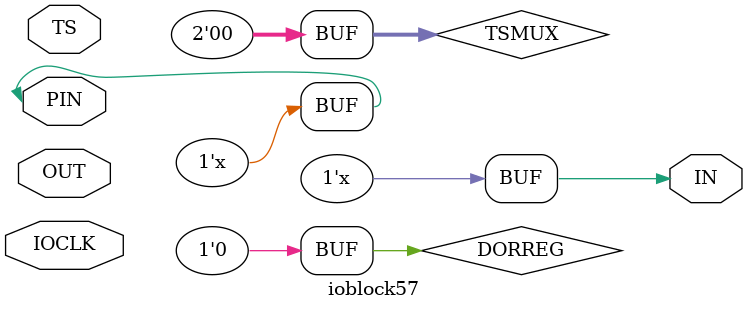
<source format=v>
module ioblock57(
	       inout  PIN,
	       input  TS,
	       input  OUT,
	       output IN,
	       input IOCLK
	       );
   
   reg 		     D;
   reg [2-1:0] 	     TSMUX;
   reg 		     DORREG;

   assign PIN = ( TSMUX == 2'b00 ) ? 1'bz : (( TSMUX == 2'b01 && TS == 1'b1 ) ? OUT : (( TSMUX == 2'b01 && TS == 1'b0 ) ? 1'bz : OUT));
   assign IN  = ( DORREG == 1'b0 ) ? PIN  : D;
   
   initial
     begin
	D=1'b0;
	TSMUX=2'b00;
	DORREG=1'b0;
     end
   
   always @(posedge IOCLK) D=PIN;
   
endmodule       

</source>
